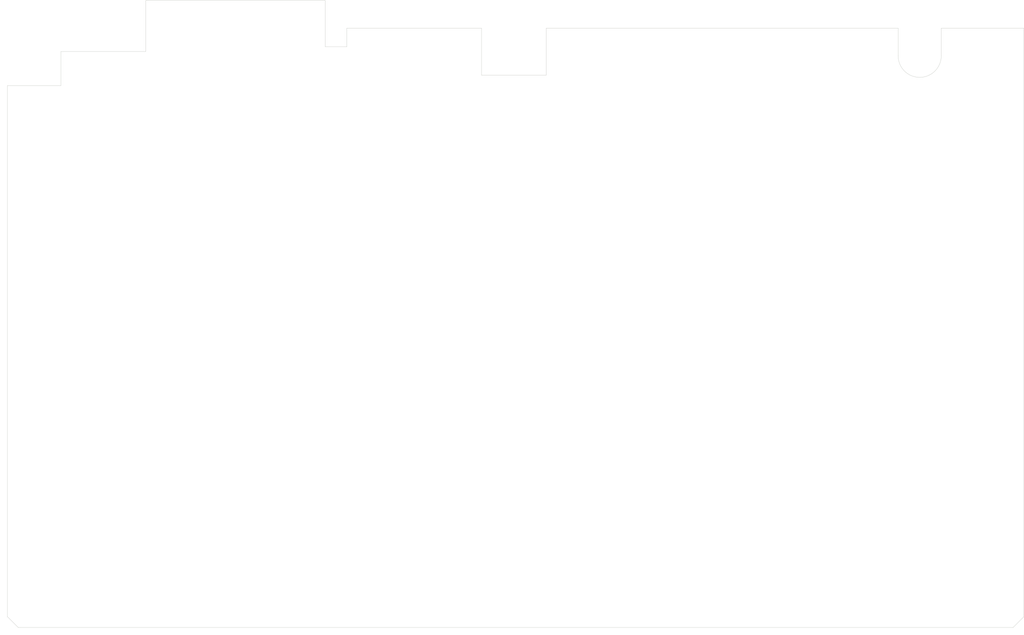
<source format=kicad_pcb>
(kicad_pcb (version 20211014) (generator pcbnew)

  (general
    (thickness 1.6)
  )

  (paper "A3")
  (title_block
    (title "Conversion du Thomson MO5 — Unité centrale v1")
    (date "2023-06-01")
    (rev "v1.0.0-alpha")
    (comment 1 "http://github.com/sporniket/kicad-conversions--thomson-mo5--v1")
    (comment 3 "Gate Array Motorola MCA 1300 ALS")
    (comment 4 "Reference : POP5001 501994-01")
  )

  (layers
    (0 "F.Cu" signal)
    (31 "B.Cu" signal)
    (32 "B.Adhes" user "B.Adhesive")
    (33 "F.Adhes" user "F.Adhesive")
    (34 "B.Paste" user)
    (35 "F.Paste" user)
    (36 "B.SilkS" user "B.Silkscreen")
    (37 "F.SilkS" user "F.Silkscreen")
    (38 "B.Mask" user)
    (39 "F.Mask" user)
    (40 "Dwgs.User" user "User.Drawings")
    (41 "Cmts.User" user "User.Comments")
    (42 "Eco1.User" user "User.Eco1")
    (43 "Eco2.User" user "User.Eco2")
    (44 "Edge.Cuts" user)
    (45 "Margin" user)
    (46 "B.CrtYd" user "B.Courtyard")
    (47 "F.CrtYd" user "F.Courtyard")
    (48 "B.Fab" user)
    (49 "F.Fab" user)
    (50 "User.1" user)
    (51 "User.2" user)
    (52 "User.3" user)
    (53 "User.4" user)
    (54 "User.5" user)
    (55 "User.6" user)
    (56 "User.7" user)
    (57 "User.8" user)
    (58 "User.9" user)
  )

  (setup
    (pad_to_mask_clearance 0)
    (pcbplotparams
      (layerselection 0x00010fc_ffffffff)
      (disableapertmacros false)
      (usegerberextensions false)
      (usegerberattributes true)
      (usegerberadvancedattributes true)
      (creategerberjobfile true)
      (svguseinch false)
      (svgprecision 6)
      (excludeedgelayer true)
      (plotframeref false)
      (viasonmask false)
      (mode 1)
      (useauxorigin false)
      (hpglpennumber 1)
      (hpglpenspeed 20)
      (hpglpendiameter 15.000000)
      (dxfpolygonmode true)
      (dxfimperialunits true)
      (dxfusepcbnewfont true)
      (psnegative false)
      (psa4output false)
      (plotreference true)
      (plotvalue true)
      (plotinvisibletext false)
      (sketchpadsonfab false)
      (subtractmaskfromsilk false)
      (outputformat 1)
      (mirror false)
      (drillshape 1)
      (scaleselection 1)
      (outputdirectory "")
    )
  )

  (net 0 "")

  (gr_line (start 60 238) (end 60 242) (layer "Dwgs.User") (width 0.15) (tstamp 6b5e0231-d98d-4eff-8b99-0c301de4f186))
  (gr_line (start 58 240) (end 62 240) (layer "Dwgs.User") (width 0.15) (tstamp ca456cc6-6cb7-4cf5-be15-f4f3662f58db))
  (gr_line (start 148.5 78.2) (end 148.5 65.4) (layer "Edge.Cuts") (width 0.1) (tstamp 0ed2c522-4880-4d3f-8775-c721b73ac83a))
  (gr_arc (start 320 80.7) (mid 314 86.7) (end 308 80.7) (layer "Edge.Cuts") (width 0.1) (tstamp 149525fb-328d-4bc6-83a1-83ed50c576b9))
  (gr_line (start 98.5 79.5) (end 74.9 79.5) (layer "Edge.Cuts") (width 0.1) (tstamp 1575dc57-1934-4a48-a503-e83e75e7244b))
  (gr_line (start 308 73) (end 210 73) (layer "Edge.Cuts") (width 0.1) (tstamp 1de97fb6-ccb9-4b42-99b2-ff1551038ac1))
  (gr_line (start 148.3 65.2) (end 98.7 65.2) (layer "Edge.Cuts") (width 0.1) (tstamp 2085143f-58f2-40c4-ba7a-1234773b79c8))
  (gr_line (start 192 86.1) (end 192 73) (layer "Edge.Cuts") (width 0.1) (tstamp 2515592d-6550-47b7-aa06-fd7fd0ec82ae))
  (gr_line (start 74.9 89) (end 60 89) (layer "Edge.Cuts") (width 0.1) (tstamp 2b2af3c4-2fc4-4d7d-8242-edf197485090))
  (gr_line (start 154.5 78.2) (end 148.5 78.2) (layer "Edge.Cuts") (width 0.1) (tstamp 592c91f6-c172-4a32-884a-061752c1bff9))
  (gr_line (start 320 73) (end 320 80.7) (layer "Edge.Cuts") (width 0.1) (tstamp 65f05c14-1509-40cc-941e-7749c670078f))
  (gr_line (start 154.5 73) (end 154.5 78.2) (layer "Edge.Cuts") (width 0.1) (tstamp 6a31e36c-23ea-498e-acfe-df9cb861f364))
  (gr_line (start 148.5 65.4) (end 148.3 65.2) (layer "Edge.Cuts") (width 0.1) (tstamp 869f6a81-7a03-4dd3-9743-e6256de47d46))
  (gr_line (start 98.7 65.2) (end 98.5 65.4) (layer "Edge.Cuts") (width 0.1) (tstamp 90da5213-7b3d-4dd0-8d98-e445e0df1cf0))
  (gr_line (start 343 237) (end 343 73) (layer "Edge.Cuts") (width 0.1) (tstamp ad473472-ddc5-4a62-ab2b-26af7c56eec1))
  (gr_line (start 210 86.1) (end 192 86.1) (layer "Edge.Cuts") (width 0.1) (tstamp b17590ac-bb78-4798-b20d-40942eeb2176))
  (gr_line (start 60 89) (end 60 237) (layer "Edge.Cuts") (width 0.1) (tstamp b2e41db8-5861-439d-9d94-021ed293689f))
  (gr_line (start 340 240) (end 343 237) (layer "Edge.Cuts") (width 0.1) (tstamp b50f0bfd-8b9d-4bf5-add8-e1f0486842f3))
  (gr_line (start 308 80.7) (end 308 73) (layer "Edge.Cuts") (width 0.1) (tstamp b5663075-6156-4ae1-b1d9-f58518cb3d32))
  (gr_line (start 343 73) (end 320 73) (layer "Edge.Cuts") (width 0.1) (tstamp c68d9a05-d48a-433e-894d-8be5c2c499a9))
  (gr_line (start 60 237) (end 63 240) (layer "Edge.Cuts") (width 0.1) (tstamp cd562bae-2426-44e6-8196-59eee5439809))
  (gr_line (start 98.5 65.4) (end 98.5 79.5) (layer "Edge.Cuts") (width 0.1) (tstamp debf45ec-e862-4f94-8c02-30d17d9a3c5d))
  (gr_line (start 74.9 79.5) (end 74.9 89) (layer "Edge.Cuts") (width 0.1) (tstamp e1908ab3-3011-4514-aca3-cf1a8c36e524))
  (gr_line (start 192 73) (end 154.5 73) (layer "Edge.Cuts") (width 0.1) (tstamp eb1e8736-831e-4a81-b02b-793f9400ab7c))
  (gr_line (start 63 240) (end 340 240) (layer "Edge.Cuts") (width 0.1) (tstamp f39ee322-b7ff-468d-a341-b64f03d9b8e1))
  (gr_line (start 210 73) (end 210 86.1) (layer "Edge.Cuts") (width 0.1) (tstamp fb110e4e-dea7-4405-9afd-55024b1e778b))

)

</source>
